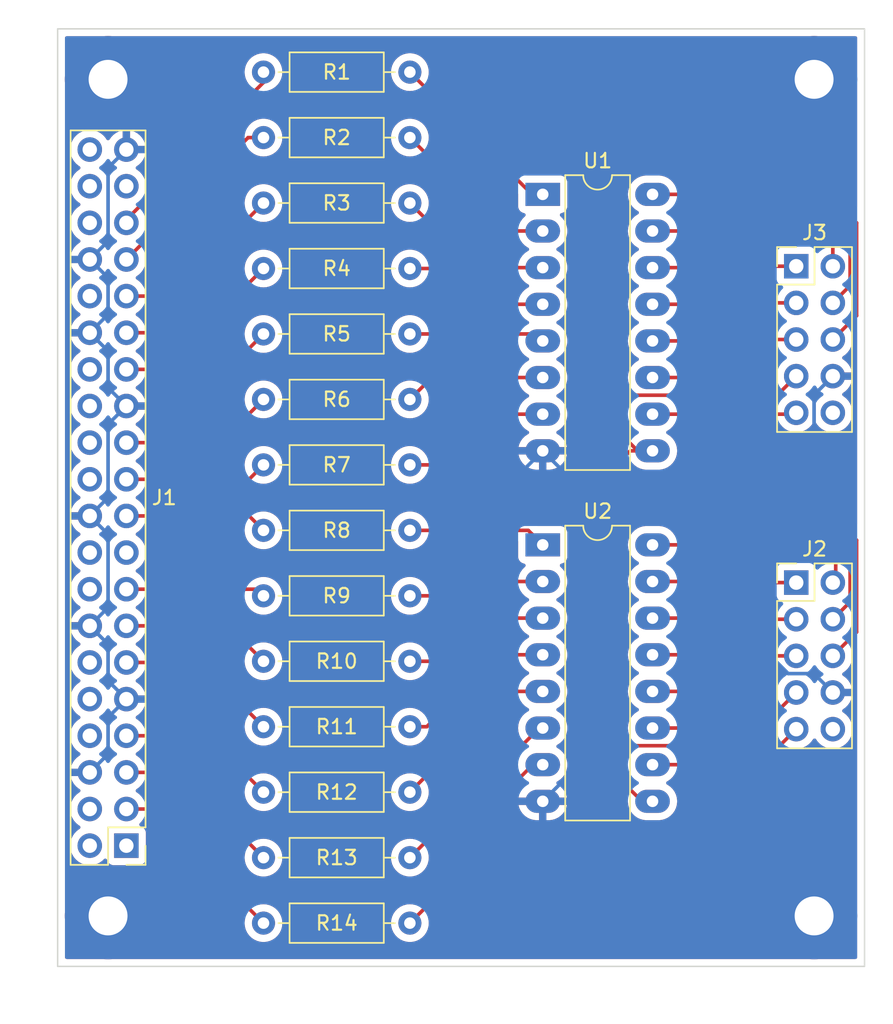
<source format=kicad_pcb>
(kicad_pcb (version 20211014) (generator pcbnew)
  (layers (0 "F.Cu" signal) (31 "B.Cu" signal) (34 "B.Paste" user) (35 "F.Paste" user) (36 "B.SilkS" user "B.Silkscreen") (37 "F.SilkS" user "F.Silkscreen") (38 "B.Mask" user) (39 "F.Mask" user) (44 "Edge.Cuts" user))
  (net 0 "")
  (net 3 "Net-(J1-Pad3)")
  (net 5 "Net-(J1-Pad5)")
  (net 6 "GND")
  (net 7 "Net-(J1-Pad7)")
  (net 10 "Net-(J1-Pad11)")
  (net 12 "Net-(J1-Pad13)")
  (net 13 "Net-(J1-Pad15)")
  (net 17 "Net-(J1-Pad19)")
  (net 18 "Net-(J1-Pad21)")
  (net 20 "Net-(J1-Pad23)")
  (net 23 "Net-(J1-Pad27)")
  (net 25 "Net-(J1-Pad29)")
  (net 26 "Net-(J1-Pad31)")
  (net 28 "Net-(J1-Pad33)")
  (net 29 "Net-(J1-Pad35)")
  (net 33 "Net-(J2-Pad5)")
  (net 35 "Net-(J2-Pad1)")
  (net 36 "Net-(J2-Pad2)")
  (net 37 "Net-(J2-Pad3)")
  (net 38 "Net-(J2-Pad4)")
  (net 39 "/+5V")
  (net 40 "Net-(J2-Pad6)")
  (net 41 "Net-(J3-Pad9)")
  (net 42 "Net-(J2-Pad9)")
  (net 44 "Net-(J3-Pad1)")
  (net 45 "Net-(J3-Pad2)")
  (net 46 "Net-(J3-Pad3)")
  (net 47 "Net-(J3-Pad4)")
  (net 48 "Net-(J3-Pad5)")
  (net 49 "Net-(J3-Pad6)")
  (net 50 "Net-(R13-Pad2)")
  (net 52 "Net-(R1-Pad2)")
  (net 53 "Net-(R2-Pad2)")
  (net 54 "Net-(R3-Pad2)")
  (net 55 "Net-(R4-Pad2)")
  (net 56 "Net-(R5-Pad2)")
  (net 57 "Net-(R6-Pad2)")
  (net 58 "Net-(R7-Pad2)")
  (net 59 "Net-(R8-Pad2)")
  (net 60 "Net-(R9-Pad2)")
  (net 61 "Net-(R10-Pad2)")
  (net 62 "Net-(R11-Pad2)")
  (net 63 "Net-(R12-Pad2)")
  (net 64 "Net-(R14-Pad2)")
  (footprint "Resistor_THT:R_Axial_DIN0207_L6.3mm_D2.5mm_P10.16mm_Horizontal" (layer "F.Cu") (at 114.286666 107.461532)
    (fp_text reference "R13" (at 5.08 0) (layer "F.SilkS"))
    (fp_text value "R")
    (fp_line (start 1.81 1.37) (end 8.35 1.37) (layer "F.SilkS") (width 0.12))
    (fp_line (start 8.35 -1.37) (end 1.81 -1.37) (layer "F.SilkS") (width 0.12))
    (fp_line (start 9.12 0) (end 8.35 0) (layer "F.SilkS") (width 0.12))
    (fp_line (start 1.81 -1.37) (end 1.81 1.37) (layer "F.SilkS") (width 0.12))
    (fp_line (start 1.04 0) (end 1.81 0) (layer "F.SilkS") (width 0.12))
    (fp_line (start 8.35 1.37) (end 8.35 -1.37) (layer "F.SilkS") (width 0.12))
    (pad "1" thru_hole circle (at 0 0) (size 1.6 1.6) (drill 0.8) (layers *.Cu *.Mask) (net 5 "Net-(J1-Pad5)"))
    (pad "2" thru_hole oval (at 10.16 0) (size 1.6 1.6) (drill 0.8) (layers *.Cu *.Mask) (net 50 "Net-(R13-Pad2)"))
  )
  (footprint "Resistor_THT:R_Axial_DIN0207_L6.3mm_D2.5mm_P10.16mm_Horizontal" (layer "F.Cu") (at 114.286666 98.38461)
    (fp_text reference "R11" (at 5.08 0) (layer "F.SilkS"))
    (fp_text value "R")
    (fp_line (start 1.81 -1.37) (end 1.81 1.37) (layer "F.SilkS") (width 0.12))
    (fp_line (start 9.12 0) (end 8.35 0) (layer "F.SilkS") (width 0.12))
    (fp_line (start 1.81 1.37) (end 8.35 1.37) (layer "F.SilkS") (width 0.12))
    (fp_line (start 1.04 0) (end 1.81 0) (layer "F.SilkS") (width 0.12))
    (fp_line (start 8.35 1.37) (end 8.35 -1.37) (layer "F.SilkS") (width 0.12))
    (fp_line (start 8.35 -1.37) (end 1.81 -1.37) (layer "F.SilkS") (width 0.12))
    (pad "1" thru_hole circle (at 0 0) (size 1.6 1.6) (drill 0.8) (layers *.Cu *.Mask) (net 10 "Net-(J1-Pad11)"))
    (pad "2" thru_hole oval (at 10.16 0) (size 1.6 1.6) (drill 0.8) (layers *.Cu *.Mask) (net 62 "Net-(R11-Pad2)"))
  )
  (footprint "Package_DIP:DIP-16_W7.62mm_LongPads" (layer "F.Cu") (at 133.666666 61.475)
    (fp_text reference "U1" (at 3.81 -2.33) (layer "F.SilkS"))
    (fp_text value "ULN2003A")
    (fp_line (start 2.81 -1.33) (end 1.56 -1.33) (layer "F.SilkS") (width 0.12))
    (fp_line (start 1.56 -1.33) (end 1.56 19.11) (layer "F.SilkS") (width 0.12))
    (fp_line (start 6.06 -1.33) (end 4.81 -1.33) (layer "F.SilkS") (width 0.12))
    (fp_line (start 1.56 19.11) (end 6.06 19.11) (layer "F.SilkS") (width 0.12))
    (fp_line (start 6.06 19.11) (end 6.06 -1.33) (layer "F.SilkS") (width 0.12))
    (fp_arc (start 4.81 -1.33) (mid 3.81 -0.33) (end 2.81 -1.33) (layer "F.SilkS") (width 0.12))
    (pad "1" thru_hole rect (at 0 0) (size 2.4 1.6) (drill 0.8) (layers *.Cu *.Mask) (net 52 "Net-(R1-Pad2)"))
    (pad "2" thru_hole oval (at 0 2.54) (size 2.4 1.6) (drill 0.8) (layers *.Cu *.Mask) (net 53 "Net-(R2-Pad2)"))
    (pad "3" thru_hole oval (at 0 5.08) (size 2.4 1.6) (drill 0.8) (layers *.Cu *.Mask) (net 54 "Net-(R3-Pad2)"))
    (pad "4" thru_hole oval (at 0 7.62) (size 2.4 1.6) (drill 0.8) (layers *.Cu *.Mask) (net 55 "Net-(R4-Pad2)"))
    (pad "5" thru_hole oval (at 0 10.16) (size 2.4 1.6) (drill 0.8) (layers *.Cu *.Mask) (net 56 "Net-(R5-Pad2)"))
    (pad "6" thru_hole oval (at 0 12.7) (size 2.4 1.6) (drill 0.8) (layers *.Cu *.Mask) (net 57 "Net-(R6-Pad2)"))
    (pad "7" thru_hole oval (at 0 15.24) (size 2.4 1.6) (drill 0.8) (layers *.Cu *.Mask) (net 58 "Net-(R7-Pad2)"))
    (pad "8" thru_hole oval (at 0 17.78) (size 2.4 1.6) (drill 0.8) (layers *.Cu *.Mask) (net 6 "GND"))
    (pad "9" thru_hole oval (at 7.62 17.78) (size 2.4 1.6) (drill 0.8) (layers *.Cu *.Mask) (net 39 "/+5V"))
    (pad "10" thru_hole oval (at 7.62 15.24) (size 2.4 1.6) (drill 0.8) (layers *.Cu *.Mask) (net 41 "Net-(J3-Pad9)"))
    (pad "11" thru_hole oval (at 7.62 12.7) (size 2.4 1.6) (drill 0.8) (layers *.Cu *.Mask) (net 48 "Net-(J3-Pad5)"))
    (pad "12" thru_hole oval (at 7.62 10.16) (size 2.4 1.6) (drill 0.8) (layers *.Cu *.Mask) (net 46 "Net-(J3-Pad3)"))
    (pad "13" thru_hole oval (at 7.62 7.62) (size 2.4 1.6) (drill 0.8) (layers *.Cu *.Mask) (net 44 "Net-(J3-Pad1)"))
    (pad "14" thru_hole oval (at 7.62 5.08) (size 2.4 1.6) (drill 0.8) (layers *.Cu *.Mask) (net 45 "Net-(J3-Pad2)"))
    (pad "15" thru_hole oval (at 7.62 2.54) (size 2.4 1.6) (drill 0.8) (layers *.Cu *.Mask) (net 47 "Net-(J3-Pad4)"))
    (pad "16" thru_hole oval (at 7.62 0) (size 2.4 1.6) (drill 0.8) (layers *.Cu *.Mask) (net 49 "Net-(J3-Pad6)"))
  )
  (footprint "Connector_PinHeader_2.54mm:PinHeader_2x05_P2.54mm_Vertical" (layer "F.Cu") (at 151.26 66.458334)
    (fp_text reference "J3" (at 1.27 -2.33) (layer "F.SilkS"))
    (fp_text value "Joy 2")
    (fp_line (start -1.33 0) (end -1.33 -1.33) (layer "F.SilkS") (width 0.12))
    (fp_line (start 1.27 -1.33) (end 3.87 -1.33) (layer "F.SilkS") (width 0.12))
    (fp_line (start -1.33 1.27) (end -1.33 11.49) (layer "F.SilkS") (width 0.12))
    (fp_line (start -1.33 -1.33) (end 0 -1.33) (layer "F.SilkS") (width 0.12))
    (fp_line (start 1.27 1.27) (end 1.27 -1.33) (layer "F.SilkS") (width 0.12))
    (fp_line (start -1.33 11.49) (end 3.87 11.49) (layer "F.SilkS") (width 0.12))
    (fp_line (start -1.33 1.27) (end 1.27 1.27) (layer "F.SilkS") (width 0.12))
    (fp_line (start 3.87 -1.33) (end 3.87 11.49) (layer "F.SilkS") (width 0.12))
    (pad "1" thru_hole rect (at 0 0) (size 1.7 1.7) (drill 1) (layers *.Cu *.Mask) (net 44 "Net-(J3-Pad1)"))
    (pad "2" thru_hole oval (at 2.54 0) (size 1.7 1.7) (drill 1) (layers *.Cu *.Mask) (net 45 "Net-(J3-Pad2)"))
    (pad "3" thru_hole oval (at 0 2.54) (size 1.7 1.7) (drill 1) (layers *.Cu *.Mask) (net 46 "Net-(J3-Pad3)"))
    (pad "4" thru_hole oval (at 2.54 2.54) (size 1.7 1.7) (drill 1) (layers *.Cu *.Mask) (net 47 "Net-(J3-Pad4)"))
    (pad "5" thru_hole oval (at 0 5.08) (size 1.7 1.7) (drill 1) (layers *.Cu *.Mask) (net 48 "Net-(J3-Pad5)"))
    (pad "6" thru_hole oval (at 2.54 5.08) (size 1.7 1.7) (drill 1) (layers *.Cu *.Mask) (net 49 "Net-(J3-Pad6)"))
    (pad "7" thru_hole oval (at 0 7.62) (size 1.7 1.7) (drill 1) (layers *.Cu *.Mask) (net 39 "/+5V"))
    (pad "8" thru_hole oval (at 2.54 7.62) (size 1.7 1.7) (drill 1) (layers *.Cu *.Mask) (net 6 "GND"))
    (pad "9" thru_hole oval (at 0 10.16) (size 1.7 1.7) (drill 1) (layers *.Cu *.Mask) (net 41 "Net-(J3-Pad9)"))
    (pad "10" thru_hole oval (at 2.54 10.16) (size 1.7 1.7) (drill 1) (layers *.Cu *.Mask))
  )
  (footprint "Resistor_THT:R_Axial_DIN0207_L6.3mm_D2.5mm_P10.16mm_Horizontal" (layer "F.Cu") (at 114.286666 57.538461)
    (fp_text reference "R2" (at 5.08 0) (layer "F.SilkS"))
    (fp_text value "R")
    (fp_line (start 8.35 1.37) (end 8.35 -1.37) (layer "F.SilkS") (width 0.12))
    (fp_line (start 8.35 -1.37) (end 1.81 -1.37) (layer "F.SilkS") (width 0.12))
    (fp_line (start 1.04 0) (end 1.81 0) (layer "F.SilkS") (width 0.12))
    (fp_line (start 9.12 0) (end 8.35 0) (layer "F.SilkS") (width 0.12))
    (fp_line (start 1.81 -1.37) (end 1.81 1.37) (layer "F.SilkS") (width 0.12))
    (fp_line (start 1.81 1.37) (end 8.35 1.37) (layer "F.SilkS") (width 0.12))
    (pad "1" thru_hole circle (at 0 0) (size 1.6 1.6) (drill 0.8) (layers *.Cu *.Mask) (net 28 "Net-(J1-Pad33)"))
    (pad "2" thru_hole oval (at 10.16 0) (size 1.6 1.6) (drill 0.8) (layers *.Cu *.Mask) (net 53 "Net-(R2-Pad2)"))
  )
  (footprint "Resistor_THT:R_Axial_DIN0207_L6.3mm_D2.5mm_P10.16mm_Horizontal" (layer "F.Cu") (at 114.286666 80.230766)
    (fp_text reference "R7" (at 5.08 0) (layer "F.SilkS"))
    (fp_text value "R")
    (fp_line (start 9.12 0) (end 8.35 0) (layer "F.SilkS") (width 0.12))
    (fp_line (start 1.81 1.37) (end 8.35 1.37) (layer "F.SilkS") (width 0.12))
    (fp_line (start 8.35 -1.37) (end 1.81 -1.37) (layer "F.SilkS") (width 0.12))
    (fp_line (start 8.35 1.37) (end 8.35 -1.37) (layer "F.SilkS") (width 0.12))
    (fp_line (start 1.81 -1.37) (end 1.81 1.37) (layer "F.SilkS") (width 0.12))
    (fp_line (start 1.04 0) (end 1.81 0) (layer "F.SilkS") (width 0.12))
    (pad "1" thru_hole circle (at 0 0) (size 1.6 1.6) (drill 0.8) (layers *.Cu *.Mask) (net 18 "Net-(J1-Pad21)"))
    (pad "2" thru_hole oval (at 10.16 0) (size 1.6 1.6) (drill 0.8) (layers *.Cu *.Mask) (net 58 "Net-(R7-Pad2)"))
  )
  (footprint "Resistor_THT:R_Axial_DIN0207_L6.3mm_D2.5mm_P10.16mm_Horizontal" (layer "F.Cu") (at 114.286666 53)
    (fp_text reference "R1" (at 5.08 0) (layer "F.SilkS"))
    (fp_text value "R")
    (fp_line (start 8.35 -1.37) (end 1.81 -1.37) (layer "F.SilkS") (width 0.12))
    (fp_line (start 1.81 1.37) (end 8.35 1.37) (layer "F.SilkS") (width 0.12))
    (fp_line (start 1.04 0) (end 1.81 0) (layer "F.SilkS") (width 0.12))
    (fp_line (start 9.12 0) (end 8.35 0) (layer "F.SilkS") (width 0.12))
    (fp_line (start 8.35 1.37) (end 8.35 -1.37) (layer "F.SilkS") (width 0.12))
    (fp_line (start 1.81 -1.37) (end 1.81 1.37) (layer "F.SilkS") (width 0.12))
    (pad "1" thru_hole circle (at 0 0) (size 1.6 1.6) (drill 0.8) (layers *.Cu *.Mask) (net 29 "Net-(J1-Pad35)"))
    (pad "2" thru_hole oval (at 10.16 0) (size 1.6 1.6) (drill 0.8) (layers *.Cu *.Mask) (net 52 "Net-(R1-Pad2)"))
  )
  (footprint "Resistor_THT:R_Axial_DIN0207_L6.3mm_D2.5mm_P10.16mm_Horizontal" (layer "F.Cu") (at 114.286666 93.846149)
    (fp_text reference "R10" (at 5.08 0) (layer "F.SilkS"))
    (fp_text value "R")
    (fp_line (start 1.81 -1.37) (end 1.81 1.37) (layer "F.SilkS") (width 0.12))
    (fp_line (start 9.12 0) (end 8.35 0) (layer "F.SilkS") (width 0.12))
    (fp_line (start 1.81 1.37) (end 8.35 1.37) (layer "F.SilkS") (width 0.12))
    (fp_line (start 8.35 -1.37) (end 1.81 -1.37) (layer "F.SilkS") (width 0.12))
    (fp_line (start 8.35 1.37) (end 8.35 -1.37) (layer "F.SilkS") (width 0.12))
    (fp_line (start 1.04 0) (end 1.81 0) (layer "F.SilkS") (width 0.12))
    (pad "1" thru_hole circle (at 0 0) (size 1.6 1.6) (drill 0.8) (layers *.Cu *.Mask) (net 12 "Net-(J1-Pad13)"))
    (pad "2" thru_hole oval (at 10.16 0) (size 1.6 1.6) (drill 0.8) (layers *.Cu *.Mask) (net 61 "Net-(R10-Pad2)"))
  )
  (footprint "Resistor_THT:R_Axial_DIN0207_L6.3mm_D2.5mm_P10.16mm_Horizontal" (layer "F.Cu") (at 114.286666 89.307688)
    (fp_text reference "R9" (at 5.08 0) (layer "F.SilkS"))
    (fp_text value "R")
    (fp_line (start 1.81 1.37) (end 8.35 1.37) (layer "F.SilkS") (width 0.12))
    (fp_line (start 1.04 0) (end 1.81 0) (layer "F.SilkS") (width 0.12))
    (fp_line (start 8.35 -1.37) (end 1.81 -1.37) (layer "F.SilkS") (width 0.12))
    (fp_line (start 1.81 -1.37) (end 1.81 1.37) (layer "F.SilkS") (width 0.12))
    (fp_line (start 8.35 1.37) (end 8.35 -1.37) (layer "F.SilkS") (width 0.12))
    (fp_line (start 9.12 0) (end 8.35 0) (layer "F.SilkS") (width 0.12))
    (pad "1" thru_hole circle (at 0 0) (size 1.6 1.6) (drill 0.8) (layers *.Cu *.Mask) (net 13 "Net-(J1-Pad15)"))
    (pad "2" thru_hole oval (at 10.16 0) (size 1.6 1.6) (drill 0.8) (layers *.Cu *.Mask) (net 60 "Net-(R9-Pad2)"))
  )
  (footprint "Connector_PinHeader_2.54mm:PinHeader_2x05_P2.54mm_Vertical" (layer "F.Cu") (at 151.26 88.391667)
    (fp_text reference "J2" (at 1.27 -2.33) (layer "F.SilkS"))
    (fp_text value "Mouse / Joy 1")
    (fp_line (start -1.33 1.27) (end 1.27 1.27) (layer "F.SilkS") (width 0.12))
    (fp_line (start 1.27 -1.33) (end 3.87 -1.33) (layer "F.SilkS") (width 0.12))
    (fp_line (start -1.33 1.27) (end -1.33 11.49) (layer "F.SilkS") (width 0.12))
    (fp_line (start 1.27 1.27) (end 1.27 -1.33) (layer "F.SilkS") (width 0.12))
    (fp_line (start 3.87 -1.33) (end 3.87 11.49) (layer "F.SilkS") (width 0.12))
    (fp_line (start -1.33 -1.33) (end 0 -1.33) (layer "F.SilkS") (width 0.12))
    (fp_line (start -1.33 0) (end -1.33 -1.33) (layer "F.SilkS") (width 0.12))
    (fp_line (start -1.33 11.49) (end 3.87 11.49) (layer "F.SilkS") (width 0.12))
    (pad "1" thru_hole rect (at 0 0) (size 1.7 1.7) (drill 1) (layers *.Cu *.Mask) (net 35 "Net-(J2-Pad1)"))
    (pad "2" thru_hole oval (at 2.54 0) (size 1.7 1.7) (drill 1) (layers *.Cu *.Mask) (net 36 "Net-(J2-Pad2)"))
    (pad "3" thru_hole oval (at 0 2.54) (size 1.7 1.7) (drill 1) (layers *.Cu *.Mask) (net 37 "Net-(J2-Pad3)"))
    (pad "4" thru_hole oval (at 2.54 2.54) (size 1.7 1.7) (drill 1) (layers *.Cu *.Mask) (net 38 "Net-(J2-Pad4)"))
    (pad "5" thru_hole oval (at 0 5.08) (size 1.7 1.7) (drill 1) (layers *.Cu *.Mask) (net 33 "Net-(J2-Pad5)"))
    (pad "6" thru_hole oval (at 2.54 5.08) (size 1.7 1.7) (drill 1) (layers *.Cu *.Mask) (net 40 "Net-(J2-Pad6)"))
    (pad "7" thru_hole oval (at 0 7.62) (size 1.7 1.7) (drill 1) (layers *.Cu *.Mask) (net 39 "/+5V"))
    (pad "8" thru_hole oval (at 2.54 7.62) (size 1.7 1.7) (drill 1) (layers *.Cu *.Mask) (net 6 "GND"))
    (pad "9" thru_hole oval (at 0 10.16) (size 1.7 1.7) (drill 1) (layers *.Cu *.Mask) (net 42 "Net-(J2-Pad9)"))
    (pad "10" thru_hole oval (at 2.54 10.16) (size 1.7 1.7) (drill 1) (layers *.Cu *.Mask))
  )
  (footprint "Resistor_THT:R_Axial_DIN0207_L6.3mm_D2.5mm_P10.16mm_Horizontal" (layer "F.Cu") (at 114.286666 66.615383)
    (fp_text reference "R4" (at 5.08 0) (layer "F.SilkS"))
    (fp_text value "R")
    (fp_line (start 8.35 -1.37) (end 1.81 -1.37) (layer "F.SilkS") (width 0.12))
    (fp_line (start 1.04 0) (end 1.81 0) (layer "F.SilkS") (width 0.12))
    (fp_line (start 1.81 -1.37) (end 1.81 1.37) (layer "F.SilkS") (width 0.12))
    (fp_line (start 9.12 0) (end 8.35 0) (layer "F.SilkS") (width 0.12))
    (fp_line (start 8.35 1.37) (end 8.35 -1.37) (layer "F.SilkS") (width 0.12))
    (fp_line (start 1.81 1.37) (end 8.35 1.37) (layer "F.SilkS") (width 0.12))
    (pad "1" thru_hole circle (at 0 0) (size 1.6 1.6) (drill 0.8) (layers *.Cu *.Mask) (net 25 "Net-(J1-Pad29)"))
    (pad "2" thru_hole oval (at 10.16 0) (size 1.6 1.6) (drill 0.8) (layers *.Cu *.Mask) (net 55 "Net-(R4-Pad2)"))
  )
  (footprint "Resistor_THT:R_Axial_DIN0207_L6.3mm_D2.5mm_P10.16mm_Horizontal" (layer "F.Cu") (at 114.286666 84.769227)
    (fp_text reference "R8" (at 5.08 0) (layer "F.SilkS"))
    (fp_text value "R")
    (fp_line (start 1.81 -1.37) (end 1.81 1.37) (layer "F.SilkS") (width 0.12))
    (fp_line (start 8.35 1.37) (end 8.35 -1.37) (layer "F.SilkS") (width 0.12))
    (fp_line (start 9.12 0) (end 8.35 0) (layer "F.SilkS") (width 0.12))
    (fp_line (start 8.35 -1.37) (end 1.81 -1.37) (layer "F.SilkS") (width 0.12))
    (fp_line (start 1.04 0) (end 1.81 0) (layer "F.SilkS") (width 0.12))
    (fp_line (start 1.81 1.37) (end 8.35 1.37) (layer "F.SilkS") (width 0.12))
    (pad "1" thru_hole circle (at 0 0) (size 1.6 1.6) (drill 0.8) (layers *.Cu *.Mask) (net 17 "Net-(J1-Pad19)"))
    (pad "2" thru_hole oval (at 10.16 0) (size 1.6 1.6) (drill 0.8) (layers *.Cu *.Mask) (net 59 "Net-(R8-Pad2)"))
  )
  (footprint "Connector_PinHeader_2.54mm:PinHeader_2x20_P2.54mm_Vertical" (layer "F.Cu") (at 104.77 106.63 180)
    (fp_text reference "J1" (at -2.63 24.13) (layer "F.SilkS"))
    (fp_text value "RPI conn")
    (fp_line (start -1.33 0) (end -1.33 -1.33) (layer "F.SilkS") (width 0.12))
    (fp_line (start 3.87 -1.33) (end 3.87 49.59) (layer "F.SilkS") (width 0.12))
    (fp_line (start -1.33 1.27) (end 1.27 1.27) (layer "F.SilkS") (width 0.12))
    (fp_line (start -1.33 49.59) (end 3.87 49.59) (layer "F.SilkS") (width 0.12))
    (fp_line (start -1.33 -1.33) (end 0 -1.33) (layer "F.SilkS") (width 0.12))
    (fp_line (start 1.27 -1.33) (end 3.87 -1.33) (layer "F.SilkS") (width 0.12))
    (fp_line (start 1.27 1.27) (end 1.27 -1.33) (layer "F.SilkS") (width 0.12))
    (fp_line (start -1.33 1.27) (end -1.33 49.59) (layer "F.SilkS") (width 0.12))
    (pad "1" thru_hole rect (at 0 0 180) (size 1.7 1.7) (drill 1) (layers *.Cu *.Mask))
    (pad "2" thru_hole oval (at 2.54 0 180) (size 1.7 1.7) (drill 1) (layers *.Cu *.Mask))
    (pad "3" thru_hole oval (at 0 2.54 180) (size 1.7 1.7) (drill 1) (layers *.Cu *.Mask) (net 3 "Net-(J1-Pad3)"))
    (pad "4" thru_hole oval (at 2.54 2.54 180) (size 1.7 1.7) (drill 1) (layers *.Cu *.Mask))
    (pad "5" thru_hole oval (at 0 5.08 180) (size 1.7 1.7) (drill 1) (layers *.Cu *.Mask) (net 5 "Net-(J1-Pad5)"))
    (pad "6" thru_hole oval (at 2.54 5.08 180) (size 1.7 1.7) (drill 1) (layers *.Cu *.Mask) (net 6 "GND"))
    (pad "7" thru_hole oval (at 0 7.62 180) (size 1.7 1.7) (drill 1) (layers *.Cu *.Mask) (net 7 "Net-(J1-Pad7)"))
    (pad "8" thru_hole oval (at 2.54 7.62 180) (size 1.7 1.7) (drill 1) (layers *.Cu *.Mask))
    (pad "9" thru_hole oval (at 0 10.16 180) (size 1.7 1.7) (drill 1) (layers *.Cu *.Mask) (net 6 "GND"))
    (pad "10" thru_hole oval (at 2.54 10.16 180) (size 1.7 1.7) (drill 1) (layers *.Cu *.Mask))
    (pad "11" thru_hole oval (at 0 12.7 180) (size 1.7 1.7) (drill 1) (layers *.Cu *.Mask) (net 10 "Net-(J1-Pad11)"))
    (pad "12" thru_hole oval (at 2.54 12.7 180) (size 1.7 1.7) (drill 1) (layers *.Cu *.Mask))
    (pad "13" thru_hole oval (at 0 15.24 180) (size 1.7 1.7) (drill 1) (layers *.Cu *.Mask) (net 12 "Net-(J1-Pad13)"))
    (pad "14" thru_hole oval (at 2.54 15.24 180) (size 1.7 1.7) (drill 1) (layers *.Cu *.Mask) (net 6 "GND"))
    (pad "15" thru_hole oval (at 0 17.78 180) (size 1.7 1.7) (drill 1) (layers *.Cu *.Mask) (net 13 "Net-(J1-Pad15)"))
    (pad "16" thru_hole oval (at 2.54 17.78 180) (size 1.7 1.7) (drill 1) (layers *.Cu *.Mask))
    (pad "17" thru_hole oval (at 0 20.32 180) (size 1.7 1.7) (drill 1) (layers *.Cu *.Mask))
    (pad "18" thru_hole oval (at 2.54 20.32 180) (size 1.7 1.7) (drill 1) (layers *.Cu *.Mask))
    (pad "19" thru_hole oval (at 0 22.86 180) (size 1.7 1.7) (drill 1) (layers *.Cu *.Mask) (net 17 "Net-(J1-Pad19)"))
    (pad "20" thru_hole oval (at 2.54 22.86 180) (size 1.7 1.7) (drill 1) (layers *.Cu *.Mask) (net 6 "GND"))
    (pad "21" thru_hole oval (at 0 25.4 180) (size 1.7 1.7) (drill 1) (layers *.Cu *.Mask) (net 18 "Net-(J1-Pad21)"))
    (pad "22" thru_hole oval (at 2.54 25.4 180) (size 1.7 1.7) (drill 1) (layers *.Cu *.Mask))
    (pad "23" thru_hole oval (at 0 27.94 180) (size 1.7 1.7) (drill 1) (layers *.Cu *.Mask) (net 20 "Net-(J1-Pad23)"))
    (pad "24" thru_hole oval (at 2.54 27.94 180) (size 1.7 1.7) (drill 1) (layers *.Cu *.Mask))
    (pad "25" thru_hole oval (at 0 30.48 180) (size 1.7 1.7) (drill 1) (layers *.Cu *.Mask) (net 6 "GND"))
    (pad "26" thru_hole oval (at 2.54 30.48 180) (size 1.7 1.7) (drill 1) (layers *.Cu *.Mask))
    (pad "27" thru_hole oval (at 0 33.02 180) (size 1.7 1.7) (drill 1) (layers *.Cu *.Mask) (net 23 "Net-(J1-Pad27)"))
    (pad "28" thru_hole oval (at 2.54 33.02 180) (size 1.7 1.7) (drill 1) (layers *.Cu *.Mask))
    (pad "29" thru_hole oval (at 0 35.56 180) (size 1.7 1.7) (drill 1) (layers *.Cu *.Mask) (net 25 "Net-(J1-Pad29)"))
    (pad "30" thru_hole oval (at 2.54 35.56 180) (size 1.7 1.7) (drill 1) (layers *.Cu *.Mask) (net 6 "GND"))
    (pad "31" thru_hole oval (at 0 38.1 180) (size 1.7 1.7) (drill 1) (layers *.Cu *.Mask) (net 26 "Net-(J1-Pad31)"))
    (pad "32" thru_hole oval (at 2.54 38.1 180) (size 1.7 1.7) (drill 1) (layers *.Cu *.Mask))
    (pad "33" thru_hole oval (at 0 40.64 180) (size 1.7 1.7) (drill 1) (layers *.Cu *.Mask) (net 28 "Net-(J1-Pad33)"))
    (pad "34" thru_hole oval (at 2.54 40.64 180) (size 1.7 1.7) (drill 1) (layers *.Cu *.Mask) (net 6 "GND"))
    (pad "35" thru_hole oval (at 0 43.18 180) (size 1.7 1.7) (drill 1) (layers *.Cu *.Mask) (net 29 "Net-(J1-Pad35)"))
    (pad "36" thru_hole oval (at 2.54 43.18 180) (size 1.7 1.7) (drill 1) (layers *.Cu *.Mask))
    (pad "37" thru_hole oval (at 0 45.72 180) (size 1.7 1.7) (drill 1) (layers *.Cu *.Mask))
    (pad "38" thru_hole oval (at 2.54 45.72 180) (size 1.7 1.7) (drill 1) (layers *.Cu *.Mask))
    (pad "39" thru_hole oval (at 0 48.26 180) (size 1.7 1.7) (drill 1) (layers *.Cu *.Mask) (net 6 "GND"))
    (pad "40" thru_hole oval (at 2.54 48.26 180) (size 1.7 1.7) (drill 1) (layers *.Cu *.Mask))
  )
  (footprint "Resistor_THT:R_Axial_DIN0207_L6.3mm_D2.5mm_P10.16mm_Horizontal" (layer "F.Cu") (at 114.286666 71.153844)
    (fp_text reference "R5" (at 5.08 0) (layer "F.SilkS"))
    (fp_text value "R")
    (fp_line (start 1.81 1.37) (end 8.35 1.37) (layer "F.SilkS") (width 0.12))
    (fp_line (start 8.35 1.37) (end 8.35 -1.37) (layer "F.SilkS") (width 0.12))
    (fp_line (start 1.04 0) (end 1.81 0) (layer "F.SilkS") (width 0.12))
    (fp_line (start 1.81 -1.37) (end 1.81 1.37) (layer "F.SilkS") (width 0.12))
    (fp_line (start 8.35 -1.37) (end 1.81 -1.37) (layer "F.SilkS") (width 0.12))
    (fp_line (start 9.12 0) (end 8.35 0) (layer "F.SilkS") (width 0.12))
    (pad "1" thru_hole circle (at 0 0) (size 1.6 1.6) (drill 0.8) (layers *.Cu *.Mask) (net 23 "Net-(J1-Pad27)"))
    (pad "2" thru_hole oval (at 10.16 0) (size 1.6 1.6) (drill 0.8) (layers *.Cu *.Mask) (net 56 "Net-(R5-Pad2)"))
  )
  (footprint "Resistor_THT:R_Axial_DIN0207_L6.3mm_D2.5mm_P10.16mm_Horizontal" (layer "F.Cu") (at 114.286666 112)
    (fp_text reference "R14" (at 5.08 0) (layer "F.SilkS"))
    (fp_text value "R")
    (fp_line (start 1.81 -1.37) (end 1.81 1.37) (layer "F.SilkS") (width 0.12))
    (fp_line (start 1.81 1.37) (end 8.35 1.37) (layer "F.SilkS") (width 0.12))
    (fp_line (start 1.04 0) (end 1.81 0) (layer "F.SilkS") (width 0.12))
    (fp_line (start 9.12 0) (end 8.35 0) (layer "F.SilkS") (width 0.12))
    (fp_line (start 8.35 -1.37) (end 1.81 -1.37) (layer "F.SilkS") (width 0.12))
    (fp_line (start 8.35 1.37) (end 8.35 -1.37) (layer "F.SilkS") (width 0.12))
    (pad "1" thru_hole circle (at 0 0) (size 1.6 1.6) (drill 0.8) (layers *.Cu *.Mask) (net 3 "Net-(J1-Pad3)"))
    (pad "2" thru_hole oval (at 10.16 0) (size 1.6 1.6) (drill 0.8) (layers *.Cu *.Mask) (net 64 "Net-(R14-Pad2)"))
  )
  (footprint "Resistor_THT:R_Axial_DIN0207_L6.3mm_D2.5mm_P10.16mm_Horizontal" (layer "F.Cu") (at 114.286666 102.923071)
    (fp_text reference "R12" (at 5.08 0) (layer "F.SilkS"))
    (fp_text value "R")
    (fp_line (start 8.35 1.37) (end 8.35 -1.37) (layer "F.SilkS") (width 0.12))
    (fp_line (start 1.04 0) (end 1.81 0) (layer "F.SilkS") (width 0.12))
    (fp_line (start 1.81 -1.37) (end 1.81 1.37) (layer "F.SilkS") (width 0.12))
    (fp_line (start 8.35 -1.37) (end 1.81 -1.37) (layer "F.SilkS") (width 0.12))
    (fp_line (start 1.81 1.37) (end 8.35 1.37) (layer "F.SilkS") (width 0.12))
    (fp_line (start 9.12 0) (end 8.35 0) (layer "F.SilkS") (width 0.12))
    (pad "1" thru_hole circle (at 0 0) (size 1.6 1.6) (drill 0.8) (layers *.Cu *.Mask) (net 7 "Net-(J1-Pad7)"))
    (pad "2" thru_hole oval (at 10.16 0) (size 1.6 1.6) (drill 0.8) (layers *.Cu *.Mask) (net 63 "Net-(R12-Pad2)"))
  )
  (footprint "Package_DIP:DIP-16_W7.62mm_LongPads" (layer "F.Cu") (at 133.666666 85.774999)
    (fp_text reference "U2" (at 3.81 -2.33) (layer "F.SilkS"))
    (fp_text value "ULN2003A")
    (fp_line (start 6.06 -1.33) (end 4.81 -1.33) (layer "F.SilkS") (width 0.12))
    (fp_line (start 6.06 19.11) (end 6.06 -1.33) (layer "F.SilkS") (width 0.12))
    (fp_line (start 1.56 19.11) (end 6.06 19.11) (layer "F.SilkS") (width 0.12))
    (fp_line (start 2.81 -1.33) (end 1.56 -1.33) (layer "F.SilkS") (width 0.12))
    (fp_line (start 1.56 -1.33) (end 1.56 19.11) (layer "F.SilkS") (width 0.12))
    (fp_arc (start 4.81 -1.33) (mid 3.81 -0.33) (end 2.81 -1.33) (layer "F.SilkS") (width 0.12))
    (pad "1" thru_hole rect (at 0 0) (size 2.4 1.6) (drill 0.8) (layers *.Cu *.Mask) (net 59 "Net-(R8-Pad2)"))
    (pad "2" thru_hole oval (at 0 2.54) (size 2.4 1.6) (drill 0.8) (layers *.Cu *.Mask) (net 60 "Net-(R9-Pad2)"))
    (pad "3" thru_hole oval (at 0 5.08) (size 2.4 1.6) (drill 0.8) (layers *.Cu *.Mask) (net 61 "Net-(R10-Pad2)"))
    (pad "4" thru_hole oval (at 0 7.62) (size 2.4 1.6) (drill 0.8) (layers *.Cu *.Mask) (net 62 "Net-(R11-Pad2)"))
    (pad "5" thru_hole oval (at 0 10.16) (size 2.4 1.6) (drill 0.8) (layers *.Cu *.Mask) (net 63 "Net-(R12-Pad2)"))
    (pad "6" thru_hole oval (at 0 12.7) (size 2.4 1.6) (drill 0.8) (layers *.Cu *.Mask) (net 50 "Net-(R13-Pad2)"))
    (pad "7" thru_hole oval (at 0 15.24) (size 2.4 1.6) (drill 0.8) (layers *.Cu *.Mask) (net 64 "Net-(R14-Pad2)"))
    (pad "8" thru_hole oval (at 0 17.78) (size 2.4 1.6) (drill 0.8) (layers *.Cu *.Mask) (net 6 "GND"))
    (pad "9" thru_hole oval (at 7.62 17.78) (size 2.4 1.6) (drill 0.8) (layers *.Cu *.Mask) (net 39 "/+5V"))
    (pad "10" thru_hole oval (at 7.62 15.24) (size 2.4 1.6) (drill 0.8) (layers *.Cu *.Mask) (net 42 "Net-(J2-Pad9)"))
    (pad "11" thru_hole oval (at 7.62 12.7) (size 2.4 1.6) (drill 0.8) (layers *.Cu *.Mask) (net 33 "Net-(J2-Pad5)"))
    (pad "12" thru_hole oval (at 7.62 10.16) (size 2.4 1.6) (drill 0.8) (layers *.Cu *.Mask) (net 37 "Net-(J2-Pad3)"))
    (pad "13" thru_hole oval (at 7.62 7.62) (size 2.4 1.6) (drill 0.8) (layers *.Cu *.Mask) (net 35 "Net-(J2-Pad1)"))
    (pad "14" thru_hole oval (at 7.62 5.08) (size 2.4 1.6) (drill 0.8) (layers *.Cu *.Mask) (net 36 "Net-(J2-Pad2)"))
    (pad "15" thru_hole oval (at 7.62 2.54) (size 2.4 1.6) (drill 0.8) (layers *.Cu *.Mask) (net 38 "Net-(J2-Pad4)"))
    (pad "16" thru_hole oval (at 7.62 0) (size 2.4 1.6) (drill 0.8) (layers *.Cu *.Mask) (net 40 "Net-(J2-Pad6)"))
  )
  (footprint "Resistor_THT:R_Axial_DIN0207_L6.3mm_D2.5mm_P10.16mm_Horizontal" (layer "F.Cu") (at 114.286666 75.692305)
    (fp_text reference "R6" (at 5.08 0) (layer "F.SilkS"))
    (fp_text value "R")
    (fp_line (start 1.81 -1.37) (end 1.81 1.37) (layer "F.SilkS") (width 0.12))
    (fp_line (start 8.35 -1.37) (end 1.81 -1.37) (layer "F.SilkS") (width 0.12))
    (fp_line (start 1.04 0) (end 1.81 0) (layer "F.SilkS") (width 0.12))
    (fp_line (start 1.81 1.37) (end 8.35 1.37) (layer "F.SilkS") (width 0.12))
    (fp_line (start 8.35 1.37) (end 8.35 -1.37) (layer "F.SilkS") (width 0.12))
    (fp_line (start 9.12 0) (end 8.35 0) (layer "F.SilkS") (width 0.12))
    (pad "1" thru_hole circle (at 0 0) (size 1.6 1.6) (drill 0.8) (layers *.Cu *.Mask) (net 20 "Net-(J1-Pad23)"))
    (pad "2" thru_hole oval (at 10.16 0) (size 1.6 1.6) (drill 0.8) (layers *.Cu *.Mask) (net 57 "Net-(R6-Pad2)"))
  )
  (footprint "Resistor_THT:R_Axial_DIN0207_L6.3mm_D2.5mm_P10.16mm_Horizontal" (layer "F.Cu") (at 114.286666 62.076922)
    (fp_text reference "R3" (at 5.08 0) (layer "F.SilkS"))
    (fp_text value "R")
    (fp_line (start 1.04 0) (end 1.81 0) (layer "F.SilkS") (width 0.12))
    (fp_line (start 8.35 1.37) (end 8.35 -1.37) (layer "F.SilkS") (width 0.12))
    (fp_line (start 9.12 0) (end 8.35 0) (layer "F.SilkS") (width 0.12))
    (fp_line (start 1.81 1.37) (end 8.35 1.37) (layer "F.SilkS") (width 0.12))
    (fp_line (start 1.81 -1.37) (end 1.81 1.37) (layer "F.SilkS") (width 0.12))
    (fp_line (start 8.35 -1.37) (end 1.81 -1.37) (layer "F.SilkS") (width 0.12))
    (pad "1" thru_hole circle (at 0 0) (size 1.6 1.6) (drill 0.8) (layers *.Cu *.Mask) (net 26 "Net-(J1-Pad31)"))
    (pad "2" thru_hole oval (at 10.16 0) (size 1.6 1.6) (drill 0.8) (layers *.Cu *.Mask) (net 54 "Net-(R3-Pad2)"))
  )
  (gr_rect (start 100 50) (end 156 115) (layer "Edge.Cuts") (width 0.1) (fill none))
  (segment (start 104.77 104.09) (end 106.376666 104.09) (width 0.25) (layer "F.Cu") (net 3))
  (segment (start 106.376666 104.09) (end 114.286666 112) (width 0.25) (layer "F.Cu") (net 3))
  (segment (start 108.375134 101.55) (end 114.286666 107.461532) (width 0.25) (layer "F.Cu") (net 5))
  (segment (start 104.77 101.55) (end 108.375134 101.55) (width 0.25) (layer "F.Cu") (net 5))
  (via (at 152.5 53.5) (size 6) (drill 2.7) (layers "F.Cu" "B.Cu") (net 6))
  (via (at 103.5 53.5) (size 6) (drill 2.7) (layers "F.Cu" "B.Cu") (net 6))
  (via (at 103.5 111.5) (size 6) (drill 2.7) (layers "F.Cu" "B.Cu") (net 6))
  (via (at 152.5 111.5) (size 6) (drill 2.7) (layers "F.Cu" "B.Cu") (net 6))
  (segment (start 103.5 85.04) (end 102.23 83.77) (width 0.25) (layer "B.Cu") (net 6))
  (segment (start 136.411666 82) (end 133.666666 79.255) (width 0.25) (layer "B.Cu") (net 6))
  (segment (start 113 83) (end 106.15 76.15) (width 0.25) (layer "B.Cu") (net 6))
  (segment (start 103.5 77.42) (end 103.5 82.5) (width 0.25) (layer "B.Cu") (net 6))
  (segment (start 103.5 97.74) (end 104.77 96.47) (width 0.25) (layer "B.Cu") (net 6))
  (segment (start 102.23 91.39) (end 103.5 90.12) (width 0.25) (layer "B.Cu") (net 6))
  (segment (start 104.77 76.15) (end 103.5 77.42) (width 0.25) (layer "B.Cu") (net 6))
  (segment (start 136.411666 100.809999) (end 136.411666 82) (width 0.25) (layer "B.Cu") (net 6))
  (segment (start 103.5 72.34) (end 102.23 71.07) (width 0.25) (layer "B.Cu") (net 6))
  (segment (start 129.921666 83) (end 113 83) (width 0.25) (layer "B.Cu") (net 6))
  (segment (start 150.7 94.7) (end 146.8 90.8) (width 0.25) (layer "B.Cu") (net 6))
  (segment (start 106.15 76.15) (end 104.77 76.15) (width 0.25) (layer "B.Cu") (net 6))
  (segment (start 103.5 92.66) (end 102.23 91.39) (width 0.25) (layer "B.Cu") (net 6))
  (segment (start 152.488333 94.7) (end 150.7 94.7) (width 0.25) (layer "B.Cu") (net 6))
  (segment (start 133.666666 79.255) (end 129.921666 83) (width 0.25) (layer "B.Cu") (net 6))
  (segment (start 153.8 74.078334) (end 152.5 75.378334) (width 0.25) (layer "B.Cu") (net 6))
  (segment (start 103.5 74.88) (end 103.5 72.34) (width 0.25) (layer "B.Cu") (net 6))
  (segment (start 103.5 64.72) (end 102.23 65.99) (width 0.25) (layer "B.Cu") (net 6))
  (segment (start 102.23 65.99) (end 103.5 67.26) (width 0.25) (layer "B.Cu") (net 6))
  (segment (start 104.77 58.37) (end 103.5 59.64) (width 0.25) (layer "B.Cu") (net 6))
  (segment (start 146.8 90.8) (end 146.8 82) (width 0.25) (layer "B.Cu") (net 6))
  (segment (start 103.5 69.8) (end 102.23 71.07) (width 0.25) (layer "B.Cu") (net 6))
  (segment (start 152.5 75.378334) (end 152.5 77.6) (width 0.25) (layer "B.Cu") (net 6))
  (segment (start 102.23 101.55) (end 103.5 100.28) (width 0.25) (layer "B.Cu") (net 6))
  (segment (start 153.8 96.011667) (end 152.488333 94.7) (width 0.25) (layer "B.Cu") (net 6))
  (segment (start 146.8 82) (end 136.411666 82) (width 0.25) (layer "B.Cu") (net 6))
  (segment (start 104.77 76.15) (end 103.5 74.88) (width 0.25) (layer "B.Cu") (net 6))
  (segment (start 103.5 82.5) (end 102.23 83.77) (width 0.25) (layer "B.Cu") (net 6))
  (segment (start 103.5 100.28) (end 103.5 97.74) (width 0.25) (layer "B.Cu") (net 6))
  (segment (start 148.1 82) (end 146.8 82) (width 0.25) (layer "B.Cu") (net 6))
  (segment (start 104.77 96.47) (end 103.5 95.2) (width 0.25) (layer "B.Cu") (net 6))
  (segment (start 133.666666 103.554999) (end 136.411666 100.809999) (width 0.25) (layer "B.Cu") (net 6))
  (segment (start 103.5 67.26) (end 103.5 69.8) (width 0.25) (layer "B.Cu") (net 6))
  (segment (start 152.5 77.6) (end 148.1 82) (width 0.25) (layer "B.Cu") (net 6))
  (segment (start 103.5 90.12) (end 103.5 85.04) (width 0.25) (layer "B.Cu") (net 6))
  (segment (start 103.5 95.2) (end 103.5 92.66) (width 0.25) (layer "B.Cu") (net 6))
  (segment (start 103.5 59.64) (end 103.5 64.72) (width 0.25) (layer "B.Cu") (net 6))
  (segment (start 104.77 99.01) (end 110.373595 99.01) (width 0.25) (layer "F.Cu") (net 7))
  (segment (start 110.373595 99.01) (end 114.286666 102.923071) (width 0.25) (layer "F.Cu") (net 7))
  (segment (start 109.832056 93.93) (end 114.286666 98.38461) (width 0.25) (layer "F.Cu") (net 10))
  (segment (start 104.77 93.93) (end 109.832056 93.93) (width 0.25) (layer "F.Cu") (net 10))
  (segment (start 104.77 91.39) (end 111.830517 91.39) (width 0.25) (layer "F.Cu") (net 12))
  (segment (start 111.830517 91.39) (end 114.286666 93.846149) (width 0.25) (layer "F.Cu") (net 12))
  (segment (start 104.77 88.85) (end 113.828978 88.85) (width 0.25) (layer "F.Cu") (net 13))
  (segment (start 113.828978 88.85) (end 114.286666 89.307688) (width 0.25) (layer "F.Cu") (net 13))
  (segment (start 113.287439 83.77) (end 114.286666 84.769227) (width 0.25) (layer "F.Cu") (net 17))
  (segment (start 104.77 83.77) (end 113.287439 83.77) (width 0.25) (layer "F.Cu") (net 17))
  (segment (start 113.287432 81.23) (end 114.286666 80.230766) (width 0.25) (layer "F.Cu") (net 18))
  (segment (start 104.77 81.23) (end 113.287432 81.23) (width 0.25) (layer "F.Cu") (net 18))
  (segment (start 111.288971 78.69) (end 114.286666 75.692305) (width 0.25) (layer "F.Cu") (net 20))
  (segment (start 104.77 78.69) (end 111.288971 78.69) (width 0.25) (layer "F.Cu") (net 20))
  (segment (start 104.77 73.61) (end 111.83051 73.61) (width 0.25) (layer "F.Cu") (net 23))
  (segment (start 111.83051 73.61) (end 114.286666 71.153844) (width 0.25) (layer "F.Cu") (net 23))
  (segment (start 109.832049 71.07) (end 114.286666 66.615383) (width 0.25) (layer "F.Cu") (net 25))
  (segment (start 104.77 71.07) (end 109.832049 71.07) (width 0.25) (layer "F.Cu") (net 25))
  (segment (start 107.833588 68.53) (end 114.286666 62.076922) (width 0.25) (layer "F.Cu") (net 26))
  (segment (start 104.77 68.53) (end 107.833588 68.53) (width 0.25) (layer "F.Cu") (net 26))
  (segment (start 113.221539 57.538461) (end 114.286666 57.538461) (width 0.25) (layer "F.Cu") (net 28))
  (segment (start 104.77 65.99) (end 113.221539 57.538461) (width 0.25) (layer "F.Cu") (net 28))
  (segment (start 114.286666 53.713334) (end 114.286666 53) (width 0.25) (layer "F.Cu") (net 29))
  (segment (start 104.77 63.45) (end 104.77 63.23) (width 0.25) (layer "F.Cu") (net 29))
  (segment (start 104.77 63.23) (end 114.286666 53.713334) (width 0.25) (layer "F.Cu") (net 29))
  (segment (start 141.286666 98.474999) (end 144.525001 98.474999) (width 0.25) (layer "F.Cu") (net 33))
  (segment (start 149.528333 93.471667) (end 151.26 93.471667) (width 0.25) (layer "F.Cu") (net 33))
  (segment (start 144.525001 98.474999) (end 149.528333 93.471667) (width 0.25) (layer "F.Cu") (net 33))
  (segment (start 141.286666 93.394999) (end 143.605001 93.394999) (width 0.25) (layer "F.Cu") (net 35))
  (segment (start 148.608333 88.391667) (end 151.26 88.391667) (width 0.25) (layer "F.Cu") (net 35))
  (segment (start 143.605001 93.394999) (end 148.608333 88.391667) (width 0.25) (layer "F.Cu") (net 35))
  (segment (start 154 88.191667) (end 153.8 88.391667) (width 0.25) (layer "F.Cu") (net 36))
  (segment (start 153 86) (end 154 87) (width 0.25) (layer "F.Cu") (net 36))
  (segment (start 144.145001 90.854999) (end 149 86) (width 0.25) (layer "F.Cu") (net 36))
  (segment (start 154 87) (end 154 88.191667) (width 0.25) (layer "F.Cu") (net 36))
  (segment (start 149 86) (end 153 86) (width 0.25) (layer "F.Cu") (net 36))
  (segment (start 141.286666 90.854999) (end 144.145001 90.854999) (width 0.25) (layer "F.Cu") (net 36))
  (segment (start 141.286666 95.934999) (end 144.065001 95.934999) (width 0.25) (layer "F.Cu") (net 37))
  (segment (start 144.065001 95.934999) (end 149.068333 90.931667) (width 0.25) (layer "F.Cu") (net 37))
  (segment (start 149.068333 90.931667) (end 151.26 90.931667) (width 0.25) (layer "F.Cu") (net 37))
  (segment (start 155 86) (end 155 89.731667) (width 0.25) (layer "F.Cu") (net 38))
  (segment (start 148 85) (end 154 85) (width 0.25) (layer "F.Cu") (net 38))
  (segment (start 155 89.731667) (end 153.8 90.931667) (width 0.25) (layer "F.Cu") (net 38))
  (segment (start 141.286666 88.314999) (end 144.685001 88.314999) (width 0.25) (layer "F.Cu") (net 38))
  (segment (start 144.685001 88.314999) (end 148 85) (width 0.25) (layer "F.Cu") (net 38))
  (segment (start 154 85) (end 155 86) (width 0.25) (layer "F.Cu") (net 38))
  (segment (start 139.3 99.7) (end 139 100) (width 0.25) (layer "F.Cu") (net 39))
  (segment (start 139.745 79.255) (end 138 81) (width 0.25) (layer "F.Cu") (net 39))
  (segment (start 149.938334 75.4) (end 139.6 75.4) (width 0.25) (layer "F.Cu") (net 39))
  (segment (start 140.554999 103.554999) (end 141.286666 103.554999) (width 0.25) (layer "F.Cu") (net 39))
  (segment (start 151.26 74.078334) (end 149.938334 75.4) (width 0.25) (layer "F.Cu") (net 39))
  (segment (start 139 78) (end 140.255 79.255) (width 0.25) (layer "F.Cu") (net 39))
  (segment (start 139 102) (end 140.554999 103.554999) (width 0.25) (layer "F.Cu") (net 39))
  (segment (start 139.6 75.4) (end 139 76) (width 0.25) (layer "F.Cu") (net 39))
  (segment (start 151.26 96.011667) (end 147.571667 99.7) (width 0.25) (layer "F.Cu") (net 39))
  (segment (start 138 81) (end 138 99) (width 0.25) (layer "F.Cu") (net 39))
  (segment (start 138 99) (end 139 100) (width 0.25) (layer "F.Cu") (net 39))
  (segment (start 147.571667 99.7) (end 139.3 99.7) (width 0.25) (layer "F.Cu") (net 39))
  (segment (start 139 100) (end 139 102) (width 0.25) (layer "F.Cu") (net 39))
  (segment (start 141.286666 79.255) (end 139.745 79.255) (width 0.25) (layer "F.Cu") (net 39))
  (segment (start 140.255 79.255) (end 141.286666 79.255) (width 0.25) (layer "F.Cu") (net 39))
  (segment (start 139 76) (end 139 78) (width 0.25) (layer "F.Cu") (net 39))
  (segment (start 147 84) (end 154 84) (width 0.25) (layer "F.Cu") (net 40))
  (segment (start 155.45 85.45) (end 155.45 91.821667) (width 0.25) (layer "F.Cu") (net 40))
  (segment (start 154 84) (end 155.45 85.45) (width 0.25) (layer "F.Cu") (net 40))
  (segment (start 155.45 91.821667) (end 153.8 93.471667) (width 0.25) (layer "F.Cu") (net 40))
  (segment (start 141.286666 85.774999) (end 145.225001 85.774999) (width 0.25) (layer "F.Cu") (net 40))
  (segment (start 145.225001 85.774999) (end 147 84) (width 0.25) (layer "F.Cu") (net 40))
  (segment (start 151.163334 76.715) (end 151.26 76.618334) (width 0.25) (layer "F.Cu") (net 41))
  (segment (start 141.286666 76.715) (end 151.163334 76.715) (width 0.25) (layer "F.Cu") (net 41))
  (segment (start 141.286666 101.014999) (end 148.796668 101.014999) (width 0.25) (layer "F.Cu") (net 42))
  (segment (start 148.796668 101.014999) (end 151.26 98.551667) (width 0.25) (layer "F.Cu") (net 42))
  (segment (start 145.905 69.095) (end 148.541666 66.458334) (width 0.25) (layer "F.Cu") (net 44))
  (segment (start 141.286666 69.095) (end 145.905 69.095) (width 0.25) (layer "F.Cu") (net 44))
  (segment (start 148.541666 66.458334) (end 151.26 66.458334) (width 0.25) (layer "F.Cu") (net 44))
  (segment (start 148 64) (end 153 64) (width 0.25) (layer "F.Cu") (net 45))
  (segment (start 141.286666 66.555) (end 145.445 66.555) (width 0.25) (layer "F.Cu") (net 45))
  (segment (start 145.445 66.555) (end 148 64) (width 0.25) (layer "F.Cu") (net 45))
  (segment (start 153 64) (end 153.8 64.8) (width 0.25) (layer "F.Cu") (net 45))
  (segment (start 153.8 64.8) (end 153.8 66.458334) (width 0.25) (layer "F.Cu") (net 45))
  (segment (start 141.286666 71.635) (end 146.365 71.635) (width 0.25) (layer "F.Cu") (net 46))
  (segment (start 146.365 71.635) (end 149.001666 68.998334) (width 0.25) (layer "F.Cu") (net 46))
  (segment (start 149.001666 68.998334) (end 151.26 68.998334) (width 0.25) (layer "F.Cu") (net 46))
  (segment (start 155 67.798334) (end 153.8 68.998334) (width 0.25) (layer "F.Cu") (net 47))
  (segment (start 145.985 64.015) (end 147 63) (width 0.25) (layer "F.Cu") (net 47))
  (segment (start 155 65) (end 155 67.798334) (width 0.25) (layer "F.Cu") (net 47))
  (segment (start 141.286666 64.015) (end 145.985 64.015) (width 0.25) (layer "F.Cu") (net 47))
  (segment (start 147 63) (end 153 63) (width 0.25) (layer "F.Cu") (net 47))
  (segment (start 153 63) (end 155 65) (width 0.25) (layer "F.Cu") (net 47))
  (segment (start 141.286666 74.175) (end 146.825 74.175) (width 0.25) (layer "F.Cu") (net 48))
  (segment (start 149.461666 71.538334) (end 151.26 71.538334) (width 0.25) (layer "F.Cu") (net 48))
  (segment (start 146.825 74.175) (end 149.461666 71.538334) (width 0.25) (layer "F.Cu") (net 48))
  (segment (start 155.45 63.45) (end 155.45 69.888334) (width 0.25) (layer "F.Cu") (net 49))
  (segment (start 155.45 69.888334) (end 153.8 71.538334) (width 0.25) (layer "F.Cu") (net 49))
  (segment (start 141.286666 61.475) (end 153.475 61.475) (width 0.25) (layer "F.Cu") (net 49))
  (segment (start 153.475 61.475) (end 155.45 63.45) (width 0.25) (layer "F.Cu") (net 49))
  (segment (start 124.446666 107.461532) (end 133.433199 98.474999) (width 0.25) (layer "F.Cu") (net 50))
  (segment (start 133.433199 98.474999) (end 133.666666 98.474999) (width 0.25) (layer "F.Cu") (net 50))
  (segment (start 124.446666 53) (end 132.921666 61.475) (width 0.25) (layer "F.Cu") (net 52))
  (segment (start 132.921666 61.475) (end 133.666666 61.475) (width 0.25) (layer "F.Cu") (net 52))
  (segment (start 131.015 64.015) (end 133.666666 64.015) (width 0.25) (layer "F.Cu") (net 53))
  (segment (start 130.908205 64) (end 131 64) (width 0.25) (layer "F.Cu") (net 53))
  (segment (start 124.446666 57.538461) (end 130.908205 64) (width 0.25) (layer "F.Cu") (net 53))
  (segment (start 131 64) (end 131.015 64.015) (width 0.25) (layer "F.Cu") (net 53))
  (segment (start 128.924744 66.555) (end 133.666666 66.555) (width 0.25) (layer "F.Cu") (net 54))
  (segment (start 124.446666 62.076922) (end 128.924744 66.555) (width 0.25) (layer "F.Cu") (net 54))
  (segment (start 126.615383 66.615383) (end 129.095 69.095) (width 0.25) (layer "F.Cu") (net 55))
  (segment (start 124.446666 66.615383) (end 126.615383 66.615383) (width 0.25) (layer "F.Cu") (net 55))
  (segment (start 129.095 69.095) (end 133.666666 69.095) (width 0.25) (layer "F.Cu") (net 55))
  (segment (start 133.18551 71.153844) (end 133.666666 71.635) (width 0.25) (layer "F.Cu") (net 56))
  (segment (start 124.446666 71.153844) (end 133.18551 71.153844) (width 0.25) (layer "F.Cu") (net 56))
  (segment (start 125.963971 74.175) (end 124.446666 75.692305) (width 0.25) (layer "F.Cu") (net 57))
  (segment (start 133.666666 74.175) (end 125.963971 74.175) (width 0.25) (layer "F.Cu") (net 57))
  (segment (start 130.285 76.715) (end 133.666666 76.715) (width 0.25) (layer "F.Cu") (net 58))
  (segment (start 124.446666 80.230766) (end 126.769234 80.230766) (width 0.25) (layer "F.Cu") (net 58))
  (segment (start 126.769234 80.230766) (end 130.285 76.715) (width 0.25) (layer "F.Cu") (net 58))
  (segment (start 132.660894 84.769227) (end 133.666666 85.774999) (width 0.25) (layer "F.Cu") (net 59))
  (segment (start 124.446666 84.769227) (end 132.660894 84.769227) (width 0.25) (layer "F.Cu") (net 59))
  (segment (start 129.685001 88.314999) (end 133.666666 88.314999) (width 0.25) (layer "F.Cu") (net 60))
  (segment (start 124.446666 89.307688) (end 128.692312 89.307688) (width 0.25) (layer "F.Cu") (net 60))
  (segment (start 128.692312 89.307688) (end 129.685001 88.314999) (width 0.25) (layer "F.Cu") (net 60))
  (segment (start 127.153851 93.846149) (end 130.145001 90.854999) (width 0.25) (layer "F.Cu") (net 61))
  (segment (start 124.446666 93.846149) (end 127.153851 93.846149) (width 0.25) (layer "F.Cu") (net 61))
  (segment (start 130.145001 90.854999) (end 133.666666 90.854999) (width 0.25) (layer "F.Cu") (net 61))
  (segment (start 124.446666 98.38461) (end 125.61539 98.38461) (width 0.25) (layer "F.Cu") (net 62))
  (segment (start 125.61539 98.38461) (end 130.605001 93.394999) (width 0.25) (layer "F.Cu") (net 62))
  (segment (start 130.605001 93.394999) (end 133.666666 93.394999) (width 0.25) (layer "F.Cu") (net 62))
  (segment (start 133.666666 95.934999) (end 131.434738 95.934999) (width 0.25) (layer "F.Cu") (net 63))
  (segment (start 131.434738 95.934999) (end 124.446666 102.923071) (width 0.25) (layer "F.Cu") (net 63))
  (segment (start 128 106) (end 132.985001 101.014999) (width 0.25) (layer "F.Cu") (net 64))
  (segment (start 128 108.446666) (end 128 106) (width 0.25) (layer "F.Cu") (net 64))
  (segment (start 132.985001 101.014999) (end 133.666666 101.014999) (width 0.25) (layer "F.Cu") (net 64))
  (segment (start 124.446666 112) (end 128 108.446666) (width 0.25) (layer "F.Cu") (net 64))
  (zone (net 6) (net_name "GND") (layers F&B.Cu) (connect_pads (clearance 0.508)) (min_thickness 0.254) (fill yes (thermal_gap 0.508) (thermal_bridge_width 0.508))
    (polygon (pts (xy 158 119) (xy 96 117) (xy 98 48) (xy 158 48)))
  )
)
</source>
